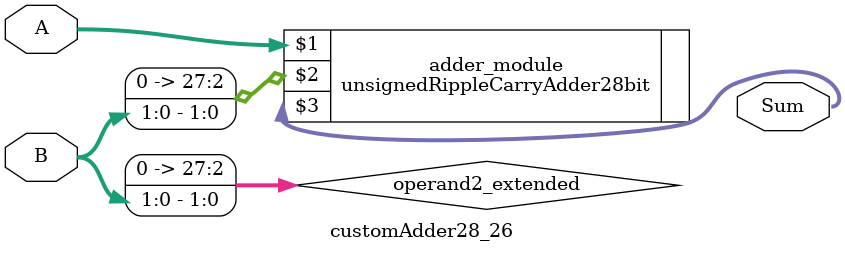
<source format=v>

module customAdder28_26(
                    input [27 : 0] A,
                    input [1 : 0] B,
                    
                    output [28 : 0] Sum
            );

    wire [27 : 0] operand2_extended;
    
    assign operand2_extended =  {26'b0, B};
    
    unsignedRippleCarryAdder28bit adder_module(
        A,
        operand2_extended,
        Sum
    );
    
endmodule
        
</source>
